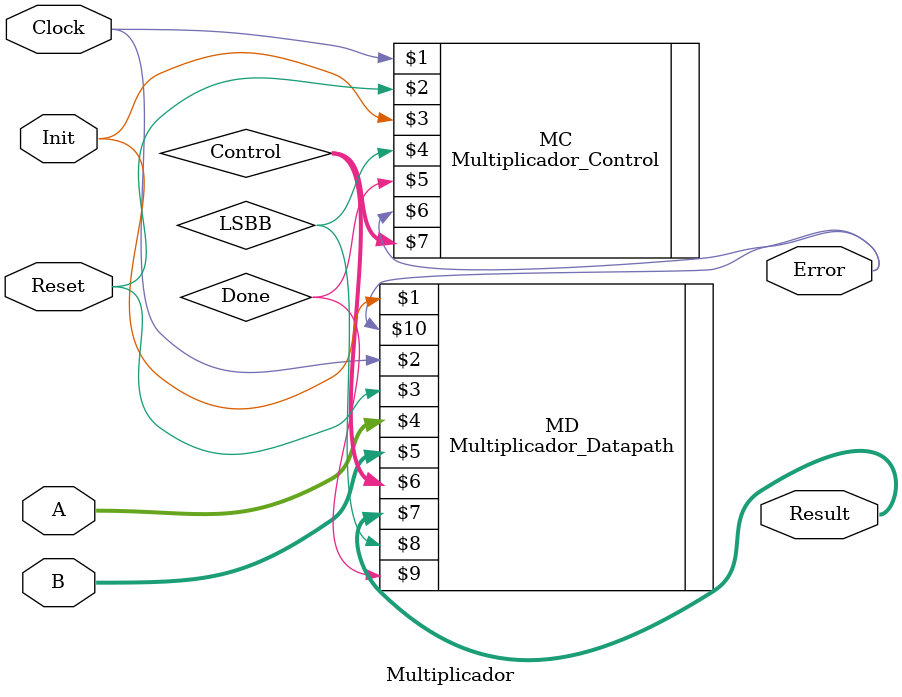
<source format=v>
module Multiplicador(Clock, Reset, Init, A, B, Result, Error);

input wire Clock;
input wire Reset;
input wire Init;
input wire [2:0] A;
input wire [2:0] B;
output wire [2:0] Result;
output wire Error;

wire LSBB;
wire [2:0] Control;
wire Done;

Multiplicador_Control MC (Clock, Reset, Init, LSBB, Done, Error, Control);
Multiplicador_Datapath MD (Init, Clock, Reset, A, B, Control, Result, LSBB, Done, Error);

endmodule

</source>
